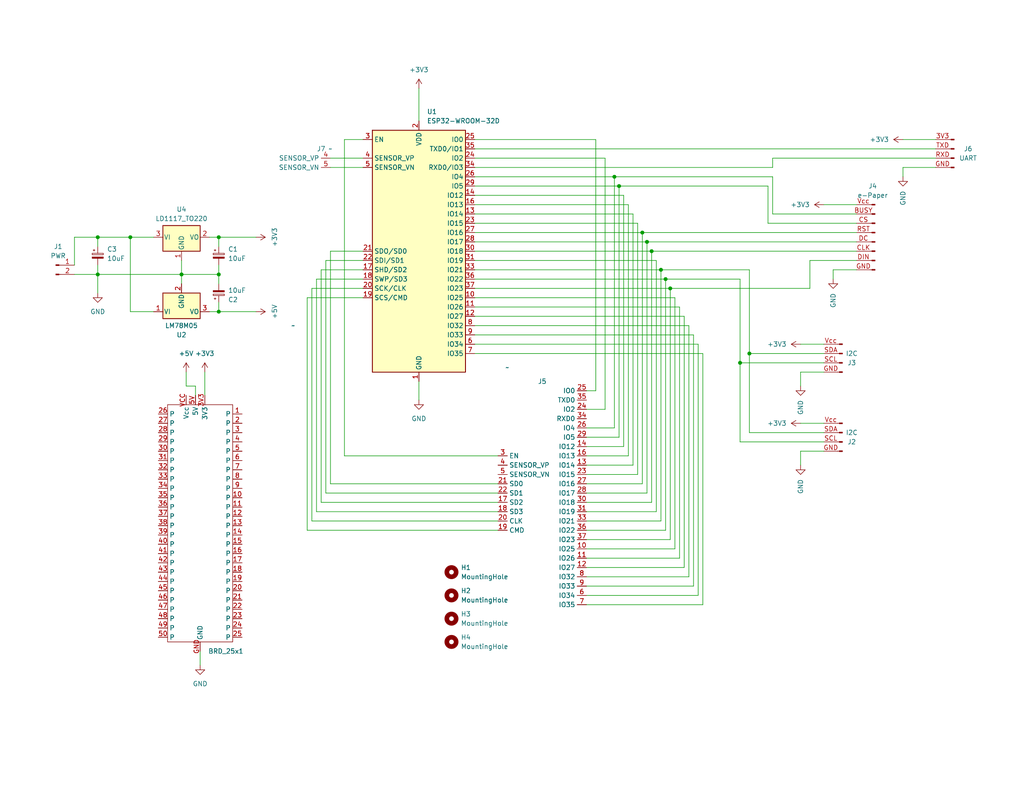
<source format=kicad_sch>
(kicad_sch (version 20230121) (generator eeschema)
  (paper "USLetter")
  (title_block (title "ESP32-WROOM-32D Automation Board") (date "2024-01-15") (company "CEGEP Heritage College") (comment 1 "Alexander Bobkov"))
  (lib_symbols
    (symbol "Alexander_Library_Symbols:Conn_I2C_01x04" (pin_names (offset 1.016) hide)
      (property "Reference" "J" (at 0 5.08 0))
      (property "Value" "I2C" (at 0 -7.62 0))
      (symbol "Conn_I2C_01x04_1_1"
        (polyline (pts (xy 1.27 -5.08) (xy 0.8636 -5.08)) (stroke (width 0.1524)))
        (polyline (pts (xy 1.27 -2.54) (xy 0.8636 -2.54)) (stroke (width 0.1524)))
        (polyline (pts (xy 1.27 0) (xy 0.8636 0)) (stroke (width 0.1524)))
        (polyline (pts (xy 1.27 2.54) (xy 0.8636 2.54)) (stroke (width 0.1524)))
        (rectangle (start 0.8636 -4.953) (end 0 -5.207) (stroke (width 0.1524)) (fill (type outline)))
        (rectangle (start 0.8636 -2.413) (end 0 -2.667) (stroke (width 0.1524)) (fill (type outline)))
        (rectangle (start 0.8636 0.127) (end 0 -0.127) (stroke (width 0.1524)) (fill (type outline)))
        (rectangle (start 0.8636 2.667) (end 0 2.413) (stroke (width 0.1524)) (fill (type outline)))
        (pin power_out line (at 5.08 -5.08 180) (length 3.81) (name "GND") (number "GND"))
        (pin bidirectional line (at 5.08 -2.54 180) (length 3.81) (name "SCL") (number "SCL"))
        (pin bidirectional line (at 5.08 0 180) (length 3.81) (name "SDA") (number "SDA"))
        (pin power_in line (at 5.08 2.54 180) (length 3.81) (name "VCC") (number "Vcc"))
      )
    )
    (symbol "Alexander_Library_Symbols:ESP32-WROOM-32D"
      (property "Reference" "J" (at 0 0 0))
      (symbol "ESP32-WROOM-32D_1_1"
        (pin bidirectional line (at 21.59 -49.53 180) (length 2.54) (name "IO25") (number "10"))
        (pin bidirectional line (at 21.59 -52.07 180) (length 2.54) (name "IO26") (number "11"))
        (pin bidirectional line (at 21.59 -54.61 180) (length 2.54) (name "IO27") (number "12"))
        (pin bidirectional line (at 21.59 -26.67 180) (length 2.54) (name "IO14") (number "13"))
        (pin bidirectional line (at 21.59 -21.59 180) (length 2.54) (name "IO12") (number "14"))
        (pin bidirectional line (at 21.59 -24.13 180) (length 2.54) (name "IO13") (number "16"))
        (pin input line (at -2.54 -36.83 0) (length 2.54) (name "SD2") (number "17"))
        (pin input line (at -2.54 -39.37 0) (length 2.54) (name "SD3") (number "18"))
        (pin input line (at -2.54 -44.45 0) (length 2.54) (name "CMD") (number "19"))
        (pin input line (at -2.54 -41.91 0) (length 2.54) (name "CLK") (number "20"))
        (pin input line (at -2.54 -31.75 0) (length 2.54) (name "SD0") (number "21"))
        (pin input line (at -2.54 -34.29 0) (length 2.54) (name "SD1") (number "22"))
        (pin bidirectional line (at 21.59 -29.21 180) (length 2.54) (name "IO15") (number "23"))
        (pin bidirectional line (at 21.59 -11.43 180) (length 2.54) (name "IO2") (number "24"))
        (pin bidirectional line (at 21.59 -6.35 180) (length 2.54) (name "IO0") (number "25"))
        (pin bidirectional line (at 21.59 -16.51 180) (length 2.54) (name "IO4") (number "26"))
        (pin bidirectional line (at 21.59 -31.75 180) (length 2.54) (name "IO16") (number "27"))
        (pin bidirectional line (at 21.59 -34.29 180) (length 2.54) (name "IO17") (number "28"))
        (pin bidirectional line (at 21.59 -19.05 180) (length 2.54) (name "IO5") (number "29"))
        (pin input line (at -2.54 -24.13 0) (length 2.54) (name "EN") (number "3"))
        (pin bidirectional line (at 21.59 -36.83 180) (length 2.54) (name "IO18") (number "30"))
        (pin bidirectional line (at 21.59 -39.37 180) (length 2.54) (name "IO19") (number "31"))
        (pin bidirectional line (at 21.59 -41.91 180) (length 2.54) (name "IO21") (number "33"))
        (pin input line (at 21.59 -13.97 180) (length 2.54) (name "RXD0") (number "34"))
        (pin output line (at 21.59 -8.89 180) (length 2.54) (name "TXD0") (number "35"))
        (pin bidirectional line (at 21.59 -44.45 180) (length 2.54) (name "IO22") (number "36"))
        (pin bidirectional line (at 21.59 -46.99 180) (length 2.54) (name "IO23") (number "37"))
        (pin input line (at -2.54 -26.67 0) (length 2.54) (name "SENSOR_VP") (number "4"))
        (pin input line (at -2.54 -29.21 0) (length 2.54) (name "SENSOR_VN") (number "5"))
        (pin bidirectional line (at 21.59 -62.23 180) (length 2.54) (name "IO34") (number "6"))
        (pin bidirectional line (at 21.59 -64.77 180) (length 2.54) (name "IO35") (number "7"))
        (pin bidirectional line (at 21.59 -57.15 180) (length 2.54) (name "IO32") (number "8"))
        (pin bidirectional line (at 21.59 -59.69 180) (length 2.54) (name "IO33") (number "9"))
      )
    )
    (symbol "Alexander_Library_Symbols:ESP32_PADS_VN-VP"
      (property "Reference" "J" (at 0 0 0))
      (symbol "ESP32_PADS_VN-VP_1_1"
        (pin bidirectional line (at 0 -2.54 180) (length 2.54) (name "SENSOR_VP") (number "4"))
        (pin bidirectional line (at 0 -5.08 180) (length 2.54) (name "SENSOR_VN") (number "5"))
      )
    )
    (symbol "Alexander_Library_Symbols:LD1117_TO220" (pin_names (offset 0.254))
      (property "Reference" "U" (at -3.81 3.175 0))
      (property "Value" "LD1117_TO220" (at 0 3.175 0))
      (symbol "LD1117_TO220_0_1"
        (rectangle (start -5.08 1.905) (end 5.08 -5.08) (stroke (width 0.254)) (fill (type background)))
      )
      (symbol "LD1117_TO220_1_1"
        (pin power_in line (at 0 -7.62 90) (length 2.54) (name "GND") (number "1"))
        (pin power_out line (at 7.62 -1.27 180) (length 2.54) (name "VO") (number "2"))
        (pin power_in line (at -7.62 -1.27 0) (length 2.54) (name "VI") (number "3"))
      )
    )
    (symbol "Conn_UART_1" (pin_names (offset 1.016) hide)
      (property "Reference" "J" (at 1.27 3.81 0))
      (property "Value" "UART" (at 2.54 -10.16 0))
      (symbol "Conn_UART_1_1_1"
        (polyline (pts (xy 1.27 -7.62) (xy 0.8636 -7.62)) (stroke (width 0.1524)))
        (polyline (pts (xy 1.27 -5.08) (xy 0.8636 -5.08)) (stroke (width 0.1524)))
        (polyline (pts (xy 1.27 -2.54) (xy 0.8636 -2.54)) (stroke (width 0.1524)))
        (polyline (pts (xy 1.27 0) (xy 0.8636 0)) (stroke (width 0.1524)))
        (rectangle (start 0.8636 -7.493) (end 0 -7.747) (stroke (width 0.1524)) (fill (type outline)))
        (rectangle (start 0.8636 -4.953) (end 0 -5.207) (stroke (width 0.1524)) (fill (type outline)))
        (rectangle (start 0.8636 -2.413) (end 0 -2.667) (stroke (width 0.1524)) (fill (type outline)))
        (rectangle (start 0.8636 0.127) (end 0 -0.127) (stroke (width 0.1524)) (fill (type outline)))
        (pin power_in line (at 5.08 0 180) (length 3.81) (name "3V3") (number "3V3"))
        (pin power_out line (at 5.08 -7.62 180) (length 3.81) (name "GND") (number "GND"))
        (pin input line (at 5.08 -5.08 180) (length 3.81) (name "RXD") (number "RXD"))
        (pin output line (at 5.08 -2.54 180) (length 3.81) (name "TXD") (number "TXD"))
      )
    )
    (symbol "Conn_ePaper_01x08_1" (pin_names (offset 1.016) hide)
      (property "Reference" "J" (at 0 10.16 0))
      (property "Value" "e-Paper" (at 3.81 -12.7 0))
      (symbol "Conn_ePaper_01x08_1_1_1"
        (polyline (pts (xy 1.27 -10.16) (xy 0.8636 -10.16)) (stroke (width 0.1524)))
        (polyline (pts (xy 1.27 -7.62) (xy 0.8636 -7.62)) (stroke (width 0.1524)))
        (polyline (pts (xy 1.27 -5.08) (xy 0.8636 -5.08)) (stroke (width 0.1524)))
        (polyline (pts (xy 1.27 -2.54) (xy 0.8636 -2.54)) (stroke (width 0.1524)))
        (polyline (pts (xy 1.27 0) (xy 0.8636 0)) (stroke (width 0.1524)))
        (polyline (pts (xy 1.27 2.54) (xy 0.8636 2.54)) (stroke (width 0.1524)))
        (polyline (pts (xy 1.27 5.08) (xy 0.8636 5.08)) (stroke (width 0.1524)))
        (polyline (pts (xy 1.27 7.62) (xy 0.8636 7.62)) (stroke (width 0.1524)))
        (rectangle (start 0.8636 -10.033) (end 0 -10.287) (stroke (width 0.1524)) (fill (type outline)))
        (rectangle (start 0.8636 -7.493) (end 0 -7.747) (stroke (width 0.1524)) (fill (type outline)))
        (rectangle (start 0.8636 -4.953) (end 0 -5.207) (stroke (width 0.1524)) (fill (type outline)))
        (rectangle (start 0.8636 -2.413) (end 0 -2.667) (stroke (width 0.1524)) (fill (type outline)))
        (rectangle (start 0.8636 0.127) (end 0 -0.127) (stroke (width 0.1524)) (fill (type outline)))
        (rectangle (start 0.8636 2.667) (end 0 2.413) (stroke (width 0.1524)) (fill (type outline)))
        (rectangle (start 0.8636 5.207) (end 0 4.953) (stroke (width 0.1524)) (fill (type outline)))
        (rectangle (start 0.8636 7.747) (end 0 7.493) (stroke (width 0.1524)) (fill (type outline)))
        (pin bidirectional line (at 5.08 5.08 180) (length 3.81) (name "BUSY") (number "BUSY"))
        (pin input line (at 5.08 -5.08 180) (length 3.81) (name "CLK") (number "CLK"))
        (pin input line (at 5.08 2.54 180) (length 3.81) (name "CS") (number "CS"))
        (pin bidirectional line (at 5.08 -2.54 180) (length 3.81) (name "DC") (number "DC"))
        (pin bidirectional line (at 5.08 -7.62 180) (length 3.81) (name "DIN") (number "DIN"))
        (pin power_out line (at 5.08 -10.16 180) (length 3.81) (name "GND") (number "GND"))
        (pin input line (at 5.08 0 180) (length 3.81) (name "RST") (number "RST"))
        (pin power_in line (at 5.08 7.62 180) (length 3.81) (name "Vcc") (number "Vcc"))
      )
    )
    (symbol "Connector:BreadBoard"
      (property "Reference" "BRD_25x2" (at -19.05 -13.97 0))
      (symbol "BreadBoard_0_1"
        (rectangle (start -27.94 -7.62) (end -10.16 -72.39))
      )
      (symbol "BreadBoard_1_1"
        (pin passive line (at -7.62 -10.16 180) (length 2.54) (name "P") (number "1"))
        (pin passive line (at -7.62 -33.02 180) (length 2.54) (name "P") (number "10"))
        (pin passive line (at -7.62 -35.56 180) (length 2.54) (name "P") (number "11"))
        (pin passive line (at -7.62 -38.1 180) (length 2.54) (name "P") (number "12"))
        (pin passive line (at -7.62 -40.64 180) (length 2.54) (name "P") (number "13"))
        (pin passive line (at -7.62 -43.18 180) (length 2.54) (name "P") (number "14"))
        (pin passive line (at -7.62 -45.72 180) (length 2.54) (name "P") (number "15"))
        (pin passive line (at -7.62 -48.26 180) (length 2.54) (name "P") (number "16"))
        (pin passive line (at -7.62 -50.8 180) (length 2.54) (name "P") (number "17"))
        (pin passive line (at -7.62 -53.34 180) (length 2.54) (name "P") (number "18"))
        (pin passive line (at -7.62 -55.88 180) (length 2.54) (name "P") (number "19"))
        (pin passive line (at -7.62 -12.7 180) (length 2.54) (name "P") (number "2"))
        (pin passive line (at -7.62 -58.42 180) (length 2.54) (name "P") (number "20"))
        (pin passive line (at -7.62 -60.96 180) (length 2.54) (name "P") (number "21"))
        (pin passive line (at -7.62 -63.5 180) (length 2.54) (name "P") (number "22"))
        (pin passive line (at -7.62 -66.04 180) (length 2.54) (name "P") (number "23"))
        (pin passive line (at -7.62 -68.58 180) (length 2.54) (name "P") (number "24"))
        (pin passive line (at -7.62 -71.12 180) (length 2.54) (name "P") (number "25"))
        (pin passive line (at -30.48 -10.16 0) (length 2.54) (name "P") (number "26"))
        (pin passive line (at -30.48 -12.7 0) (length 2.54) (name "P") (number "27"))
        (pin passive line (at -30.48 -15.24 0) (length 2.54) (name "P") (number "28"))
        (pin passive line (at -30.48 -17.78 0) (length 2.54) (name "P") (number "29"))
        (pin passive line (at -7.62 -15.24 180) (length 2.54) (name "P") (number "3"))
        (pin passive line (at -30.48 -20.32 0) (length 2.54) (name "P") (number "30"))
        (pin passive line (at -30.48 -22.86 0) (length 2.54) (name "P") (number "31"))
        (pin passive line (at -30.48 -25.4 0) (length 2.54) (name "P") (number "32"))
        (pin passive line (at -30.48 -27.94 0) (length 2.54) (name "P") (number "33"))
        (pin passive line (at -30.48 -30.48 0) (length 2.54) (name "P") (number "34"))
        (pin passive line (at -30.48 -33.02 0) (length 2.54) (name "P") (number "35"))
        (pin passive line (at -30.48 -35.56 0) (length 2.54) (name "P") (number "36"))
        (pin passive line (at -30.48 -38.1 0) (length 2.54) (name "P") (number "37"))
        (pin passive line (at -30.48 -40.64 0) (length 2.54) (name "P") (number "38"))
        (pin passive line (at -30.48 -43.18 0) (length 2.54) (name "P") (number "39"))
        (pin power_in line (at -17.78 -5.08 270) (length 2.54) (name "3V3") (number "3V3"))
        (pin passive line (at -7.62 -17.78 180) (length 2.54) (name "P") (number "4"))
        (pin passive line (at -30.48 -45.72 0) (length 2.54) (name "P") (number "40"))
        (pin passive line (at -30.48 -48.26 0) (length 2.54) (name "P") (number "41"))
        (pin passive line (at -30.48 -50.8 0) (length 2.54) (name "P") (number "42"))
        (pin passive line (at -30.48 -53.34 0) (length 2.54) (name "P") (number "43"))
        (pin passive line (at -30.48 -55.88 0) (length 2.54) (name "P") (number "44"))
        (pin passive line (at -30.48 -58.42 0) (length 2.54) (name "P") (number "45"))
        (pin passive line (at -30.48 -60.96 0) (length 2.54) (name "P") (number "46"))
        (pin passive line (at -30.48 -63.5 0) (length 2.54) (name "P") (number "47"))
        (pin passive line (at -30.48 -66.04 0) (length 2.54) (name "P") (number "48"))
        (pin passive line (at -30.48 -68.58 0) (length 2.54) (name "P") (number "49"))
        (pin passive line (at -7.62 -20.32 180) (length 2.54) (name "P") (number "5"))
        (pin passive line (at -30.48 -71.12 0) (length 2.54) (name "P") (number "50"))
        (pin power_in line (at -20.32 -5.08 270) (length 2.54) (name "5V") (number "5V"))
        (pin passive line (at -7.62 -22.86 180) (length 2.54) (name "P") (number "6"))
        (pin passive line (at -7.62 -25.4 180) (length 2.54) (name "P") (number "7"))
        (pin passive line (at -7.62 -27.94 180) (length 2.54) (name "P") (number "8"))
        (pin passive line (at -7.62 -30.48 180) (length 2.54) (name "P") (number "9"))
        (pin power_out line (at -19.05 -74.93 90) (length 2.54) (name "GND") (number "GND"))
        (pin power_in line (at -22.86 -5.08 270) (length 2.54) (name "Vcc") (number "VCC"))
      )
    )
    (symbol "Connector:Conn_01x02_Pin" (pin_names (offset 1.016) hide)
      (property "Reference" "J" (at 0 2.54 0))
      (property "Value" "Conn_01x02_Pin" (at 0 -5.08 0))
      (symbol "Conn_01x02_Pin_1_1"
        (polyline (pts (xy 1.27 -2.54) (xy 0.8636 -2.54)) (stroke (width 0.1524)))
        (polyline (pts (xy 1.27 0) (xy 0.8636 0)) (stroke (width 0.1524)))
        (rectangle (start 0.8636 -2.413) (end 0 -2.667) (stroke (width 0.1524)) (fill (type outline)))
        (rectangle (start 0.8636 0.127) (end 0 -0.127) (stroke (width 0.1524)) (fill (type outline)))
        (pin passive line (at 5.08 0 180) (length 3.81) (name "Pin_1") (number "1"))
        (pin passive line (at 5.08 -2.54 180) (length 3.81) (name "Pin_2") (number "2"))
      )
    )
    (symbol "Device:C_Polarized_Small" (pin_numbers hide) (pin_names (offset 0.254) hide)
      (property "Reference" "C" (at 0.254 1.778 0))
      (property "Value" "C_Polarized_Small" (at 0.254 -2.032 0))
      (symbol "C_Polarized_Small_0_1"
        (rectangle (start -1.524 -0.3048) (end 1.524 -0.6858) (fill (type outline)))
        (rectangle (start -1.524 0.6858) (end 1.524 0.3048))
        (polyline (pts (xy -1.27 1.524) (xy -0.762 1.524)))
        (polyline (pts (xy -1.016 1.27) (xy -1.016 1.778)))
      )
      (symbol "C_Polarized_Small_1_1"
        (pin passive line (at 0 2.54 270) (length 1.8542) (name "~") (number "1"))
        (pin passive line (at 0 -2.54 90) (length 1.8542) (name "~") (number "2"))
      )
    )
    (symbol "Mechanical:MountingHole" (pin_names (offset 1.016))
      (property "Reference" "H" (at 0 5.08 0))
      (property "Value" "MountingHole" (at 0 3.175 0))
      (symbol "MountingHole_0_1"
        (circle (center 0 0) (radius 1.27) (stroke (width 1.27)))
      )
    )
    (symbol "RF_Module:ESP32-WROOM-32D"
      (property "Reference" "U" (at -12.7 34.29 0))
      (property "Value" "ESP32-WROOM-32D" (at 1.27 34.29 0))
      (symbol "ESP32-WROOM-32D_0_1"
        (rectangle (start -12.7 33.02) (end 12.7 -33.02) (stroke (width 0.254)) (fill (type background)))
      )
      (symbol "ESP32-WROOM-32D_1_1"
        (pin power_in line (at 0 -35.56 90) (length 2.54) (name "GND") (number "1"))
        (pin bidirectional line (at 15.24 -12.7 180) (length 2.54) (name "IO25") (number "10"))
        (pin bidirectional line (at 15.24 -15.24 180) (length 2.54) (name "IO26") (number "11"))
        (pin bidirectional line (at 15.24 -17.78 180) (length 2.54) (name "IO27") (number "12"))
        (pin bidirectional line (at 15.24 10.16 180) (length 2.54) (name "IO14") (number "13"))
        (pin bidirectional line (at 15.24 15.24 180) (length 2.54) (name "IO12") (number "14"))
        (pin passive line (at 0 -35.56 90) (length 2.54) hide (name "GND") (number "15"))
        (pin bidirectional line (at 15.24 12.7 180) (length 2.54) (name "IO13") (number "16"))
        (pin bidirectional line (at -15.24 -5.08 0) (length 2.54) (name "SHD/SD2") (number "17"))
        (pin bidirectional line (at -15.24 -7.62 0) (length 2.54) (name "SWP/SD3") (number "18"))
        (pin bidirectional line (at -15.24 -12.7 0) (length 2.54) (name "SCS/CMD") (number "19"))
        (pin power_in line (at 0 35.56 270) (length 2.54) (name "VDD") (number "2"))
        (pin bidirectional line (at -15.24 -10.16 0) (length 2.54) (name "SCK/CLK") (number "20"))
        (pin bidirectional line (at -15.24 0 0) (length 2.54) (name "SDO/SD0") (number "21"))
        (pin bidirectional line (at -15.24 -2.54 0) (length 2.54) (name "SDI/SD1") (number "22"))
        (pin bidirectional line (at 15.24 7.62 180) (length 2.54) (name "IO15") (number "23"))
        (pin bidirectional line (at 15.24 25.4 180) (length 2.54) (name "IO2") (number "24"))
        (pin bidirectional line (at 15.24 30.48 180) (length 2.54) (name "IO0") (number "25"))
        (pin bidirectional line (at 15.24 20.32 180) (length 2.54) (name "IO4") (number "26"))
        (pin bidirectional line (at 15.24 5.08 180) (length 2.54) (name "IO16") (number "27"))
        (pin bidirectional line (at 15.24 2.54 180) (length 2.54) (name "IO17") (number "28"))
        (pin bidirectional line (at 15.24 17.78 180) (length 2.54) (name "IO5") (number "29"))
        (pin input line (at -15.24 30.48 0) (length 2.54) (name "EN") (number "3"))
        (pin bidirectional line (at 15.24 0 180) (length 2.54) (name "IO18") (number "30"))
        (pin bidirectional line (at 15.24 -2.54 180) (length 2.54) (name "IO19") (number "31"))
        (pin no_connect line (at -12.7 -27.94 0) (length 2.54) hide (name "NC") (number "32"))
        (pin bidirectional line (at 15.24 -5.08 180) (length 2.54) (name "IO21") (number "33"))
        (pin bidirectional line (at 15.24 22.86 180) (length 2.54) (name "RXD0/IO3") (number "34"))
        (pin bidirectional line (at 15.24 27.94 180) (length 2.54) (name "TXD0/IO1") (number "35"))
        (pin bidirectional line (at 15.24 -7.62 180) (length 2.54) (name "IO22") (number "36"))
        (pin bidirectional line (at 15.24 -10.16 180) (length 2.54) (name "IO23") (number "37"))
        (pin passive line (at 0 -35.56 90) (length 2.54) hide (name "GND") (number "38"))
        (pin passive line (at 0 -35.56 90) (length 2.54) hide (name "GND") (number "39"))
        (pin input line (at -15.24 25.4 0) (length 2.54) (name "SENSOR_VP") (number "4"))
        (pin input line (at -15.24 22.86 0) (length 2.54) (name "SENSOR_VN") (number "5"))
        (pin input line (at 15.24 -25.4 180) (length 2.54) (name "IO34") (number "6"))
        (pin input line (at 15.24 -27.94 180) (length 2.54) (name "IO35") (number "7"))
        (pin bidirectional line (at 15.24 -20.32 180) (length 2.54) (name "IO32") (number "8"))
        (pin bidirectional line (at 15.24 -22.86 180) (length 2.54) (name "IO33") (number "9"))
      )
    )
    (symbol "Regulator_Linear:LM78M05_TO220" (pin_names (offset 0.254))
      (property "Reference" "U" (at -3.81 3.175 0))
      (property "Value" "LM78M05_TO220" (at 0 3.175 0))
      (symbol "LM78M05_TO220_0_1"
        (rectangle (start -5.08 1.905) (end 5.08 -5.08) (stroke (width 0.254)) (fill (type background)))
      )
      (symbol "LM78M05_TO220_1_1"
        (pin power_in line (at -7.62 0 0) (length 2.54) (name "VI") (number "1"))
        (pin power_in line (at 0 -7.62 90) (length 2.54) (name "GND") (number "2"))
        (pin power_out line (at 7.62 0 180) (length 2.54) (name "VO") (number "3"))
      )
    )
    (symbol "power:+3V3" (power) (pin_names (offset 0))
      (property "Value" "+3V3" (at 0 3.556 0))
      (symbol "+3V3_0_1"
        (polyline (pts (xy -0.762 1.27) (xy 0 2.54)))
        (polyline (pts (xy 0 0) (xy 0 2.54)))
        (polyline (pts (xy 0 2.54) (xy 0.762 1.27)))
      )
      (symbol "+3V3_1_1"
        (pin power_in line (at 0 0 90) (length 0) hide (name "+3V3") (number "1"))
      )
    )
    (symbol "power:+5V" (power) (pin_names (offset 0))
      (property "Value" "+5V" (at 0 3.556 0))
      (symbol "+5V_0_1"
        (polyline (pts (xy -0.762 1.27) (xy 0 2.54)))
        (polyline (pts (xy 0 0) (xy 0 2.54)))
        (polyline (pts (xy 0 2.54) (xy 0.762 1.27)))
      )
      (symbol "+5V_1_1"
        (pin power_in line (at 0 0 90) (length 0) hide (name "+5V") (number "1"))
      )
    )
    (symbol "power:GND" (power) (pin_names (offset 0))
      (property "Value" "GND" (at 0 -3.81 0))
      (symbol "GND_0_1"
        (polyline (pts (xy 0 0) (xy 0 -1.27) (xy 1.27 -1.27) (xy 0 -2.54) (xy -1.27 -1.27) (xy 0 -1.27)))
      )
      (symbol "GND_1_1"
        (pin power_in line (at 0 0 270) (length 0) hide (name "GND") (number "1"))
      )
    )
  )
  (junction (at 168.91 50.8))
  (junction (at 177.8 68.58))
  (junction (at 35.56 64.77))
  (junction (at 182.88 78.74))
  (junction (at 59.69 74.93))
  (junction (at 204.47 96.52))
  (junction (at 167.64 48.26))
  (junction (at 26.67 74.93))
  (junction (at 201.93 99.06))
  (junction (at 175.26 63.5))
  (junction (at 180.34 73.66))
  (junction (at 59.69 64.77))
  (junction (at 59.69 85.09))
  (junction (at 176.53 66.04))
  (junction (at 181.61 76.2))
  (junction (at 26.67 64.77))
  (junction (at 49.53 74.93))
  (wire (pts (xy 57.15 85.09) (xy 59.69 85.09)))
  (wire (pts (xy 59.69 67.31) (xy 59.69 64.77)))
  (wire (pts (xy 227.33 73.66) (xy 227.33 76.2)))
  (wire (pts (xy 135.89 132.08) (xy 90.17 132.08)))
  (wire (pts (xy 171.45 55.88) (xy 129.54 55.88)))
  (wire (pts (xy 209.55 50.8) (xy 209.55 60.96)))
  (wire (pts (xy 90.17 132.08) (xy 90.17 68.58)))
  (wire (pts (xy 114.3 104.14) (xy 114.3 109.22)))
  (wire (pts (xy 59.69 74.93) (xy 59.69 77.47)))
  (wire (pts (xy 26.67 64.77) (xy 26.67 67.31)))
  (wire (pts (xy 35.56 64.77) (xy 35.56 85.09)))
  (wire (pts (xy 160.02 106.68) (xy 162.56 106.68)))
  (wire (pts (xy 209.55 60.96) (xy 233.68 60.96)))
  (wire (pts (xy 176.53 66.04) (xy 233.68 66.04)))
  (wire (pts (xy 87.63 137.16) (xy 87.63 73.66)))
  (wire (pts (xy 160.02 139.7) (xy 179.07 139.7)))
  (wire (pts (xy 53.34 105.41) (xy 50.8 105.41)))
  (wire (pts (xy 86.36 139.7) (xy 86.36 76.2)))
  (wire (pts (xy 83.82 144.78) (xy 83.82 81.28)))
  (wire (pts (xy 160.02 111.76) (xy 165.1 111.76)))
  (wire (pts (xy 246.38 45.72) (xy 246.38 48.26)))
  (wire (pts (xy 165.1 43.18) (xy 129.54 43.18)))
  (wire (pts (xy 184.15 149.86) (xy 184.15 81.28)))
  (wire (pts (xy 129.54 45.72) (xy 210.82 45.72)))
  (wire (pts (xy 160.02 124.46) (xy 171.45 124.46)))
  (wire (pts (xy 182.88 78.74) (xy 220.98 78.74)))
  (wire (pts (xy 49.53 74.93) (xy 59.69 74.93)))
  (wire (pts (xy 49.53 77.47) (xy 49.53 74.93)))
  (wire (pts (xy 160.02 132.08) (xy 175.26 132.08)))
  (wire (pts (xy 59.69 72.39) (xy 59.69 74.93)))
  (wire (pts (xy 20.32 64.77) (xy 20.32 72.39)))
  (wire (pts (xy 170.18 121.92) (xy 170.18 53.34)))
  (wire (pts (xy 189.23 160.02) (xy 189.23 91.44)))
  (wire (pts (xy 201.93 99.06) (xy 224.79 99.06)))
  (wire (pts (xy 160.02 116.84) (xy 167.64 116.84)))
  (wire (pts (xy 167.64 116.84) (xy 167.64 48.26)))
  (wire (pts (xy 180.34 73.66) (xy 204.47 73.66)))
  (wire (pts (xy 93.98 124.46) (xy 93.98 38.1)))
  (wire (pts (xy 135.89 142.24) (xy 85.09 142.24)))
  (wire (pts (xy 177.8 68.58) (xy 233.68 68.58)))
  (wire (pts (xy 191.77 165.1) (xy 191.77 96.52)))
  (wire (pts (xy 160.02 121.92) (xy 170.18 121.92)))
  (wire (pts (xy 201.93 76.2) (xy 201.93 99.06)))
  (wire (pts (xy 160.02 157.48) (xy 187.96 157.48)))
  (wire (pts (xy 255.27 43.18) (xy 210.82 43.18)))
  (wire (pts (xy 224.79 123.19) (xy 218.44 123.19)))
  (wire (pts (xy 168.91 50.8) (xy 129.54 50.8)))
  (wire (pts (xy 168.91 119.38) (xy 168.91 50.8)))
  (wire (pts (xy 171.45 124.46) (xy 171.45 55.88)))
  (wire (pts (xy 85.09 142.24) (xy 85.09 78.74)))
  (wire (pts (xy 160.02 119.38) (xy 168.91 119.38)))
  (wire (pts (xy 20.32 74.93) (xy 26.67 74.93)))
  (wire (pts (xy 210.82 45.72) (xy 210.82 43.18)))
  (wire (pts (xy 233.68 58.42) (xy 210.82 58.42)))
  (wire (pts (xy 189.23 91.44) (xy 129.54 91.44)))
  (wire (pts (xy 160.02 147.32) (xy 182.88 147.32)))
  (wire (pts (xy 181.61 76.2) (xy 201.93 76.2)))
  (wire (pts (xy 53.34 107.95) (xy 53.34 105.41)))
  (wire (pts (xy 129.54 63.5) (xy 175.26 63.5)))
  (wire (pts (xy 168.91 50.8) (xy 209.55 50.8)))
  (wire (pts (xy 224.79 118.11) (xy 204.47 118.11)))
  (wire (pts (xy 255.27 45.72) (xy 246.38 45.72)))
  (wire (pts (xy 160.02 137.16) (xy 177.8 137.16)))
  (wire (pts (xy 162.56 106.68) (xy 162.56 38.1)))
  (wire (pts (xy 224.79 120.65) (xy 201.93 120.65)))
  (wire (pts (xy 162.56 38.1) (xy 129.54 38.1)))
  (wire (pts (xy 50.8 105.41) (xy 50.8 101.6)))
  (wire (pts (xy 35.56 64.77) (xy 41.91 64.77)))
  (wire (pts (xy 190.5 162.56) (xy 190.5 93.98)))
  (wire (pts (xy 160.02 129.54) (xy 173.99 129.54)))
  (wire (pts (xy 201.93 120.65) (xy 201.93 99.06)))
  (wire (pts (xy 184.15 81.28) (xy 129.54 81.28)))
  (wire (pts (xy 54.61 177.8) (xy 54.61 181.61)))
  (wire (pts (xy 176.53 134.62) (xy 176.53 66.04)))
  (wire (pts (xy 41.91 85.09) (xy 35.56 85.09)))
  (wire (pts (xy 224.79 55.88) (xy 233.68 55.88)))
  (wire (pts (xy 135.89 134.62) (xy 88.9 134.62)))
  (wire (pts (xy 160.02 160.02) (xy 189.23 160.02)))
  (wire (pts (xy 177.8 137.16) (xy 177.8 68.58)))
  (wire (pts (xy 172.72 58.42) (xy 172.72 127)))
  (wire (pts (xy 85.09 78.74) (xy 99.06 78.74)))
  (wire (pts (xy 160.02 165.1) (xy 191.77 165.1)))
  (wire (pts (xy 26.67 64.77) (xy 35.56 64.77)))
  (wire (pts (xy 90.17 68.58) (xy 99.06 68.58)))
  (wire (pts (xy 233.68 71.12) (xy 220.98 71.12)))
  (wire (pts (xy 129.54 73.66) (xy 180.34 73.66)))
  (wire (pts (xy 179.07 139.7) (xy 179.07 71.12)))
  (wire (pts (xy 83.82 81.28) (xy 99.06 81.28)))
  (wire (pts (xy 218.44 123.19) (xy 218.44 127)))
  (wire (pts (xy 173.99 129.54) (xy 173.99 60.96)))
  (wire (pts (xy 190.5 93.98) (xy 129.54 93.98)))
  (wire (pts (xy 129.54 78.74) (xy 182.88 78.74)))
  (wire (pts (xy 246.38 38.1) (xy 255.27 38.1)))
  (wire (pts (xy 227.33 73.66) (xy 233.68 73.66)))
  (wire (pts (xy 26.67 72.39) (xy 26.67 74.93)))
  (wire (pts (xy 88.9 134.62) (xy 88.9 71.12)))
  (wire (pts (xy 220.98 78.74) (xy 220.98 71.12)))
  (wire (pts (xy 129.54 66.04) (xy 176.53 66.04)))
  (wire (pts (xy 57.15 64.77) (xy 59.69 64.77)))
  (wire (pts (xy 204.47 96.52) (xy 224.79 96.52)))
  (wire (pts (xy 210.82 58.42) (xy 210.82 48.26)))
  (wire (pts (xy 179.07 71.12) (xy 129.54 71.12)))
  (wire (pts (xy 160.02 152.4) (xy 185.42 152.4)))
  (wire (pts (xy 170.18 53.34) (xy 129.54 53.34)))
  (wire (pts (xy 160.02 144.78) (xy 181.61 144.78)))
  (wire (pts (xy 129.54 76.2) (xy 181.61 76.2)))
  (wire (pts (xy 187.96 88.9) (xy 129.54 88.9)))
  (wire (pts (xy 135.89 144.78) (xy 83.82 144.78)))
  (wire (pts (xy 59.69 85.09) (xy 69.85 85.09)))
  (wire (pts (xy 87.63 73.66) (xy 99.06 73.66)))
  (wire (pts (xy 160.02 149.86) (xy 184.15 149.86)))
  (wire (pts (xy 175.26 63.5) (xy 233.68 63.5)))
  (wire (pts (xy 90.17 45.72) (xy 99.06 45.72)))
  (wire (pts (xy 218.44 101.6) (xy 218.44 105.41)))
  (wire (pts (xy 135.89 124.46) (xy 93.98 124.46)))
  (wire (pts (xy 204.47 73.66) (xy 204.47 96.52)))
  (wire (pts (xy 167.64 48.26) (xy 210.82 48.26)))
  (wire (pts (xy 160.02 134.62) (xy 176.53 134.62)))
  (wire (pts (xy 172.72 58.42) (xy 129.54 58.42)))
  (wire (pts (xy 20.32 64.77) (xy 26.67 64.77)))
  (wire (pts (xy 129.54 48.26) (xy 167.64 48.26)))
  (wire (pts (xy 59.69 82.55) (xy 59.69 85.09)))
  (wire (pts (xy 186.69 154.94) (xy 186.69 86.36)))
  (wire (pts (xy 59.69 64.77) (xy 69.85 64.77)))
  (wire (pts (xy 224.79 101.6) (xy 218.44 101.6)))
  (wire (pts (xy 173.99 60.96) (xy 129.54 60.96)))
  (wire (pts (xy 160.02 154.94) (xy 186.69 154.94)))
  (wire (pts (xy 204.47 118.11) (xy 204.47 96.52)))
  (wire (pts (xy 88.9 71.12) (xy 99.06 71.12)))
  (wire (pts (xy 90.17 43.18) (xy 99.06 43.18)))
  (wire (pts (xy 114.3 24.13) (xy 114.3 33.02)))
  (wire (pts (xy 186.69 86.36) (xy 129.54 86.36)))
  (wire (pts (xy 129.54 40.64) (xy 255.27 40.64)))
  (wire (pts (xy 182.88 147.32) (xy 182.88 78.74)))
  (wire (pts (xy 160.02 127) (xy 172.72 127)))
  (wire (pts (xy 160.02 162.56) (xy 190.5 162.56)))
  (wire (pts (xy 185.42 83.82) (xy 129.54 83.82)))
  (wire (pts (xy 49.53 71.12) (xy 49.53 74.93)))
  (wire (pts (xy 218.44 115.57) (xy 224.79 115.57)))
  (wire (pts (xy 26.67 74.93) (xy 26.67 80.01)))
  (wire (pts (xy 180.34 142.24) (xy 180.34 73.66)))
  (wire (pts (xy 26.67 74.93) (xy 49.53 74.93)))
  (wire (pts (xy 185.42 152.4) (xy 185.42 83.82)))
  (wire (pts (xy 165.1 111.76) (xy 165.1 43.18)))
  (wire (pts (xy 129.54 68.58) (xy 177.8 68.58)))
  (wire (pts (xy 129.54 96.52) (xy 191.77 96.52)))
  (wire (pts (xy 86.36 76.2) (xy 99.06 76.2)))
  (wire (pts (xy 187.96 157.48) (xy 187.96 88.9)))
  (wire (pts (xy 175.26 132.08) (xy 175.26 63.5)))
  (wire (pts (xy 160.02 142.24) (xy 180.34 142.24)))
  (wire (pts (xy 181.61 144.78) (xy 181.61 76.2)))
  (wire (pts (xy 135.89 137.16) (xy 87.63 137.16)))
  (wire (pts (xy 55.88 101.6) (xy 55.88 107.95)))
  (wire (pts (xy 135.89 139.7) (xy 86.36 139.7)))
  (wire (pts (xy 93.98 38.1) (xy 99.06 38.1)))
  (wire (pts (xy 218.44 93.98) (xy 224.79 93.98)))
  (symbol (lib_id "RF_Module:ESP32-WROOM-32D") (at 114.3 68.58 0) (unit 1)
    (property "Reference" "U1" (at 116.4941 30.48 0) (effects (justify left)))
    (property "Value" "ESP32-WROOM-32D" (at 116.4941 33.02 0) (effects (justify left)))
    (property "Footprint" "Alexander Footprints Library:ESP32-WROOM-Adapter-Socket" (effects hide))
    (property "Datasheet" "https://www.espressif.com/sites/default/files/documentation/esp32-wroom-32d_esp32-wroom-32u_datasheet_en.pdf" (effects hide))
  )
  (symbol (lib_id "Connector:BreadBoard") (at 73.66 102.87 0) (unit 1)
    (property "Reference" "BRD_25x1" (at 56.8041 177.8 0) (effects (justify left)))
    (property "Value" "~" (at 80.01 88.9 0))
    (property "Footprint" "Alexander Footprints Library:BreadBoard_25x12" (effects hide))
  )
  (symbol (lib_id "Mechanical:MountingHole") (at 123.19 156.21 0) (unit 1)
    (property "Reference" "H1" (at 125.73 154.94 0) (effects (justify left)))
    (property "Value" "MountingHole" (at 125.73 157.48 0) (effects (justify left)))
    (property "Footprint" "MountingHole:MountingHole_3mm_Pad_TopBottom" (effects hide))
  )
  (symbol (lib_id "Device:C_Polarized_Small") (at 26.67 69.85 0) (unit 1)
    (property "Reference" "C3" (at 29.21 68.0339 0) (effects (justify left)))
    (property "Value" "10uF" (at 29.21 70.5739 0) (effects (justify left)))
    (property "Footprint" "Capacitor_THT:CP_Radial_D4.0mm_P2.00mm" (effects hide))
  )
  (symbol (lib_id "power:GND") (at 26.67 80.01 0) (unit 1)
    (property "Reference" "#PWR03" (effects hide))
    (property "Value" "GND" (at 26.67 85.09 0))
  )
  (symbol (lib_name "Conn_UART_1") (lib_id "Alexander_Library_Symbols:Conn_UART") (at 260.35 38.1 0) (mirror y) (unit 1)
    (property "Reference" "J6" (at 264.16 40.64 0))
    (property "Value" "UART" (at 264.16 43.18 0))
    (property "Footprint" "Alexander Footprints Library:Conn_UART" (effects hide))
  )
  (symbol (lib_id "power:+3V3") (at 218.44 93.98 90) (unit 1)
    (property "Reference" "#PWR09" (effects hide))
    (property "Value" "+3V3" (at 214.63 93.98 90) (effects (justify left)))
  )
  (symbol (lib_id "power:+3V3") (at 69.85 64.77 270) (unit 1)
    (property "Reference" "#PWR04" (effects hide))
    (property "Value" "+3V3" (at 74.93 64.77 0))
  )
  (symbol (lib_id "power:GND") (at 227.33 76.2 0) (unit 1)
    (property "Reference" "#PWR012" (effects hide))
    (property "Value" "GND" (at 227.33 80.01 90) (effects (justify right)))
  )
  (symbol (lib_id "power:+3V3") (at 246.38 38.1 90) (unit 1)
    (property "Reference" "#PWR017" (effects hide))
    (property "Value" "+3V3" (at 242.57 38.1 90) (effects (justify left)))
  )
  (symbol (lib_name "Conn_ePaper_01x08_1") (lib_id "Alexander_Library_Symbols:Conn_ePaper_01x08") (at 238.76 63.5 0) (mirror y) (unit 1)
    (property "Reference" "J4" (at 238.125 50.8 0))
    (property "Value" "e-Paper" (at 238.125 53.34 0))
    (property "Footprint" "Alexander Footprints Library:Conn_ePaper" (effects hide))
  )
  (symbol (lib_id "power:GND") (at 246.38 48.26 0) (unit 1)
    (property "Reference" "#PWR015" (effects hide))
    (property "Value" "GND" (at 246.38 52.07 90) (effects (justify right)))
  )
  (symbol (lib_id "Device:C_Polarized_Small") (at 59.69 69.85 0) (unit 1)
    (property "Reference" "C1" (at 62.23 68.0339 0) (effects (justify left)))
    (property "Value" "10uF" (at 62.23 70.5739 0) (effects (justify left)))
    (property "Footprint" "Capacitor_THT:CP_Radial_D4.0mm_P2.00mm" (effects hide))
  )
  (symbol (lib_id "power:+3V3") (at 114.3 24.13 0) (unit 1)
    (property "Reference" "#PWR01" (effects hide))
    (property "Value" "+3V3" (at 114.3 19.05 0))
  )
  (symbol (lib_id "power:GND") (at 218.44 127 0) (unit 1)
    (property "Reference" "#PWR014" (effects hide))
    (property "Value" "GND" (at 218.44 130.81 90) (effects (justify right)))
  )
  (symbol (lib_id "power:+5V") (at 50.8 101.6 0) (unit 1)
    (property "Reference" "#PWR08" (effects hide))
    (property "Value" "+5V" (at 50.8 96.52 0))
  )
  (symbol (lib_id "power:GND") (at 218.44 105.41 0) (unit 1)
    (property "Reference" "#PWR010" (effects hide))
    (property "Value" "GND" (at 218.44 109.22 90) (effects (justify right)))
  )
  (symbol (lib_id "power:GND") (at 114.3 109.22 0) (unit 1)
    (property "Reference" "#PWR02" (effects hide))
    (property "Value" "GND" (at 114.3 114.3 0))
  )
  (symbol (lib_id "power:+3V3") (at 218.44 115.57 90) (unit 1)
    (property "Reference" "#PWR013" (effects hide))
    (property "Value" "+3V3" (at 214.63 115.57 90) (effects (justify left)))
  )
  (symbol (lib_id "Mechanical:MountingHole") (at 123.19 162.56 0) (unit 1)
    (property "Reference" "H2" (at 125.73 161.29 0) (effects (justify left)))
    (property "Value" "MountingHole" (at 125.73 163.83 0) (effects (justify left)))
    (property "Footprint" "MountingHole:MountingHole_3mm_Pad_TopBottom" (effects hide))
  )
  (symbol (lib_id "Mechanical:MountingHole") (at 123.19 168.91 0) (unit 1)
    (property "Reference" "H3" (at 125.73 167.64 0) (effects (justify left)))
    (property "Value" "MountingHole" (at 125.73 170.18 0) (effects (justify left)))
    (property "Footprint" "MountingHole:MountingHole_3mm_Pad_TopBottom" (effects hide))
  )
  (symbol (lib_id "Alexander_Library_Symbols:ESP32_PADS_VN-VP") (at 90.17 40.64 0) (unit 1)
    (property "Reference" "J7" (at 87.63 40.64 0))
    (property "Value" "~" (at 90.17 40.64 0))
    (property "Footprint" "Alexander Footprints Library:ESP32_PADS_VN-VP" (effects hide))
  )
  (symbol (lib_id "Connector:Conn_01x02_Pin") (at 15.24 72.39 0) (unit 1)
    (property "Reference" "J1" (at 15.875 67.31 0))
    (property "Value" "PWR" (at 15.875 69.85 0))
    (property "Footprint" "Connector_PinHeader_2.54mm:PinHeader_1x02_P2.54mm_Vertical" (effects hide))
  )
  (symbol (lib_id "power:+5V") (at 69.85 85.09 270) (unit 1)
    (property "Reference" "#PWR05" (effects hide))
    (property "Value" "+5V" (at 74.93 85.09 0))
  )
  (symbol (lib_id "Mechanical:MountingHole") (at 123.19 175.26 0) (unit 1)
    (property "Reference" "H4" (at 125.73 173.99 0) (effects (justify left)))
    (property "Value" "MountingHole" (at 125.73 176.53 0) (effects (justify left)))
    (property "Footprint" "MountingHole:MountingHole_3mm_Pad_TopBottom" (effects hide))
  )
  (symbol (lib_id "power:GND") (at 54.61 181.61 0) (unit 1)
    (property "Reference" "#PWR06" (effects hide))
    (property "Value" "GND" (at 54.61 186.69 0))
  )
  (symbol (lib_id "power:+3V3") (at 55.88 101.6 0) (unit 1)
    (property "Reference" "#PWR07" (effects hide))
    (property "Value" "+3V3" (at 55.88 96.52 0))
  )
  (symbol (lib_id "power:+3V3") (at 224.79 55.88 90) (unit 1)
    (property "Reference" "#PWR011" (effects hide))
    (property "Value" "+3V3" (at 220.98 55.88 90) (effects (justify left)))
  )
  (symbol (lib_id "Alexander_Library_Symbols:ESP32-WROOM-32D") (at 138.43 100.33 0) (unit 1)
    (property "Reference" "J5" (at 147.955 104.14 0))
    (property "Value" "~" (at 138.43 100.33 0))
    (property "Footprint" "Alexander Footprints Library:ESP32-WROOM-32D-Interface_2" (effects hide))
  )
  (symbol (lib_id "Alexander_Library_Symbols:LD1117_TO220") (at 49.53 63.5 0) (unit 1)
    (property "Reference" "U4" (at 49.53 57.15 0))
    (property "Value" "LD1117_TO220" (at 49.53 59.69 0))
    (property "Footprint" "Alexander Footprints Library:LD1117" (effects hide))
  )
  (symbol (lib_id "Regulator_Linear:LM78M05_TO220") (at 49.53 85.09 0) (mirror x) (unit 1)
    (property "Reference" "U2" (at 49.53 91.44 0))
    (property "Value" "LM78M05" (at 49.53 88.9 0))
    (property "Footprint" "Package_TO_SOT_THT:TO-220-3_Vertical" (effects hide))
    (property "Datasheet" "https://www.onsemi.com/pub/Collateral/MC78M00-D.PDF" (effects hide))
  )
  (symbol (lib_id "Alexander_Library_Symbols:Conn_I2C_01x04") (at 229.87 118.11 0) (mirror y) (unit 1)
    (property "Reference" "J2" (at 232.41 120.65 0))
    (property "Value" "I2C" (at 232.41 118.11 0))
    (property "Footprint" "Alexander Footprints Library:Conn_I2C_3" (effects hide))
  )
  (symbol (lib_id "Device:C_Polarized_Small") (at 59.69 80.01 0) (mirror x) (unit 1)
    (property "Reference" "C2" (at 62.23 81.8261 0) (effects (justify left)))
    (property "Value" "10uF" (at 62.23 79.2861 0) (effects (justify left)))
    (property "Footprint" "Capacitor_THT:CP_Radial_D4.0mm_P2.00mm" (effects hide))
  )
  (symbol (lib_id "Alexander_Library_Symbols:Conn_I2C_01x04") (at 229.87 96.52 0) (mirror y) (unit 1)
    (property "Reference" "J3" (at 232.41 99.06 0))
    (property "Value" "I2C" (at 232.41 96.52 0))
    (property "Footprint" "Alexander Footprints Library:Conn_I2C_3" (effects hide))
  )
)
</source>
